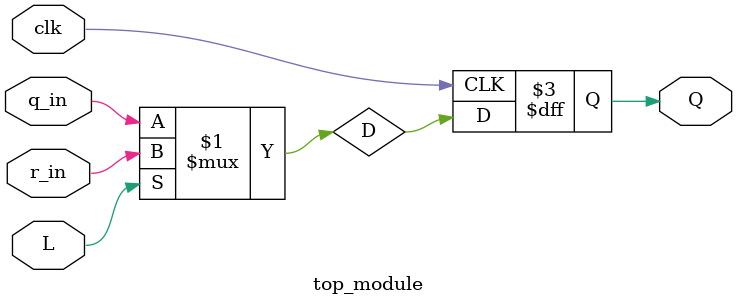
<source format=v>
module top_module (
	input clk,
	input L,
	input r_in,
	input q_in,
	output reg Q);
    wire D;            // Mux output
    assign D = L ? r_in : q_in;
    always @(posedge clk) begin
        Q <= D;
    end  
endmodule

</source>
